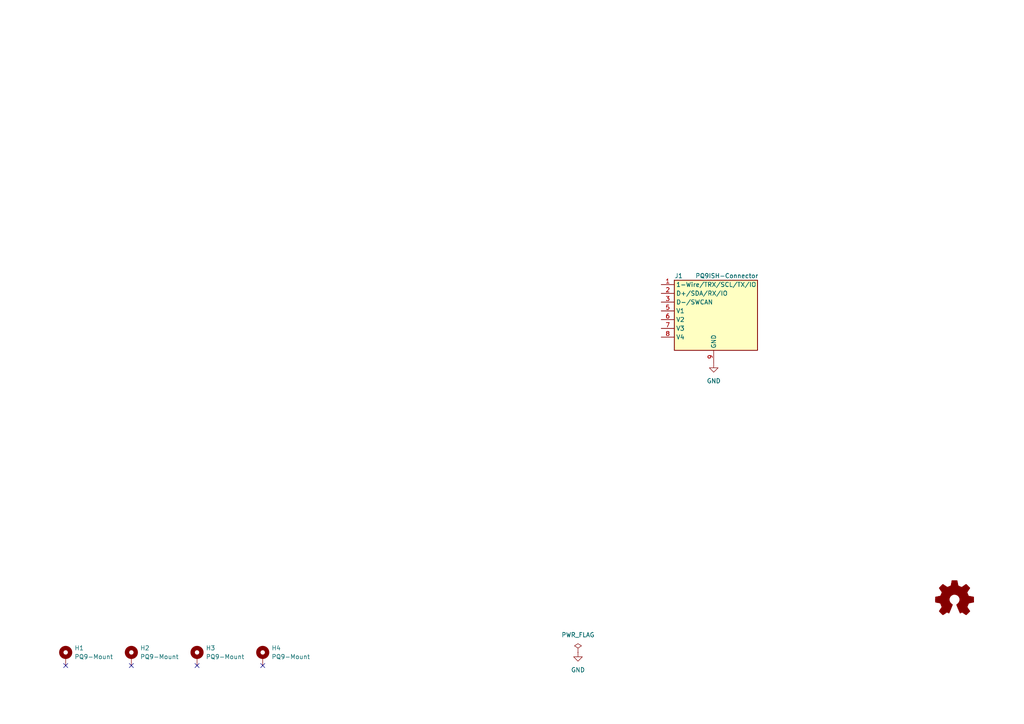
<source format=kicad_sch>
(kicad_sch
	(version 20231120)
	(generator "eeschema")
	(generator_version "8.0")
	(uuid "eebe9ed8-9203-41d8-aa26-d27c93b271cd")
	(paper "A4")
	(lib_symbols
		(symbol "Graphic:Logo_Open_Hardware_Small"
			(pin_names
				(offset 1.016)
			)
			(exclude_from_sim no)
			(in_bom yes)
			(on_board yes)
			(property "Reference" "#LOGO"
				(at 0 6.985 0)
				(effects
					(font
						(size 1.27 1.27)
					)
					(hide yes)
				)
			)
			(property "Value" "Logo_Open_Hardware_Small"
				(at 0 -5.715 0)
				(effects
					(font
						(size 1.27 1.27)
					)
					(hide yes)
				)
			)
			(property "Footprint" ""
				(at 0 0 0)
				(effects
					(font
						(size 1.27 1.27)
					)
					(hide yes)
				)
			)
			(property "Datasheet" "~"
				(at 0 0 0)
				(effects
					(font
						(size 1.27 1.27)
					)
					(hide yes)
				)
			)
			(property "Description" "Open Hardware logo, small"
				(at 0 0 0)
				(effects
					(font
						(size 1.27 1.27)
					)
					(hide yes)
				)
			)
			(property "ki_keywords" "Logo"
				(at 0 0 0)
				(effects
					(font
						(size 1.27 1.27)
					)
					(hide yes)
				)
			)
			(symbol "Logo_Open_Hardware_Small_0_1"
				(polyline
					(pts
						(xy 3.3528 -4.3434) (xy 3.302 -4.318) (xy 3.175 -4.2418) (xy 2.9972 -4.1148) (xy 2.7686 -3.9624)
						(xy 2.54 -3.81) (xy 2.3622 -3.7084) (xy 2.2352 -3.6068) (xy 2.1844 -3.5814) (xy 2.159 -3.6068)
						(xy 2.0574 -3.6576) (xy 1.905 -3.7338) (xy 1.8034 -3.7846) (xy 1.6764 -3.8354) (xy 1.6002 -3.8354)
						(xy 1.6002 -3.8354) (xy 1.5494 -3.7338) (xy 1.4732 -3.5306) (xy 1.3462 -3.302) (xy 1.2446 -3.0226)
						(xy 1.1176 -2.7178) (xy 0.9652 -2.413) (xy 0.8636 -2.1082) (xy 0.7366 -1.8288) (xy 0.6604 -1.6256)
						(xy 0.6096 -1.4732) (xy 0.5842 -1.397) (xy 0.5842 -1.397) (xy 0.6604 -1.3208) (xy 0.7874 -1.2446)
						(xy 1.0414 -1.016) (xy 1.2954 -0.6858) (xy 1.4478 -0.3302) (xy 1.524 0.0762) (xy 1.4732 0.4572)
						(xy 1.3208 0.8128) (xy 1.0668 1.143) (xy 0.762 1.3716) (xy 0.4064 1.524) (xy 0 1.5748) (xy -0.381 1.5494)
						(xy -0.7366 1.397) (xy -1.0668 1.143) (xy -1.2192 0.9906) (xy -1.397 0.6604) (xy -1.524 0.3048)
						(xy -1.524 0.2286) (xy -1.4986 -0.1778) (xy -1.397 -0.5334) (xy -1.1938 -0.8636) (xy -0.9144 -1.143)
						(xy -0.8636 -1.1684) (xy -0.7366 -1.27) (xy -0.635 -1.3462) (xy -0.5842 -1.397) (xy -1.0668 -2.5908)
						(xy -1.143 -2.794) (xy -1.2954 -3.1242) (xy -1.397 -3.4036) (xy -1.4986 -3.6322) (xy -1.5748 -3.7846)
						(xy -1.6002 -3.8354) (xy -1.6002 -3.8354) (xy -1.651 -3.8354) (xy -1.7272 -3.81) (xy -1.905 -3.7338)
						(xy -2.0066 -3.683) (xy -2.1336 -3.6068) (xy -2.2098 -3.5814) (xy -2.2606 -3.6068) (xy -2.3622 -3.683)
						(xy -2.54 -3.81) (xy -2.7686 -3.9624) (xy -2.9718 -4.0894) (xy -3.1496 -4.2164) (xy -3.302 -4.318)
						(xy -3.3528 -4.3434) (xy -3.3782 -4.3434) (xy -3.429 -4.318) (xy -3.5306 -4.2164) (xy -3.7084 -4.064)
						(xy -3.937 -3.8354) (xy -3.9624 -3.81) (xy -4.1656 -3.6068) (xy -4.318 -3.4544) (xy -4.4196 -3.3274)
						(xy -4.445 -3.2766) (xy -4.445 -3.2766) (xy -4.4196 -3.2258) (xy -4.318 -3.0734) (xy -4.2164 -2.8956)
						(xy -4.064 -2.667) (xy -3.6576 -2.0828) (xy -3.8862 -1.5494) (xy -3.937 -1.3716) (xy -4.0386 -1.1684)
						(xy -4.0894 -1.0414) (xy -4.1148 -0.9652) (xy -4.191 -0.9398) (xy -4.318 -0.9144) (xy -4.5466 -0.8636)
						(xy -4.8006 -0.8128) (xy -5.0546 -0.7874) (xy -5.2578 -0.7366) (xy -5.4356 -0.7112) (xy -5.5118 -0.6858)
						(xy -5.5118 -0.6858) (xy -5.5372 -0.635) (xy -5.5372 -0.5588) (xy -5.5372 -0.4318) (xy -5.5626 -0.2286)
						(xy -5.5626 0.0762) (xy -5.5626 0.127) (xy -5.5372 0.4064) (xy -5.5372 0.635) (xy -5.5372 0.762)
						(xy -5.5372 0.8382) (xy -5.5372 0.8382) (xy -5.461 0.8382) (xy -5.3086 0.889) (xy -5.08 0.9144)
						(xy -4.826 0.9652) (xy -4.8006 0.9906) (xy -4.5466 1.0414) (xy -4.318 1.0668) (xy -4.1656 1.1176)
						(xy -4.0894 1.143) (xy -4.0894 1.143) (xy -4.0386 1.2446) (xy -3.9624 1.4224) (xy -3.8608 1.6256)
						(xy -3.7846 1.8288) (xy -3.7084 2.0066) (xy -3.6576 2.159) (xy -3.6322 2.2098) (xy -3.6322 2.2098)
						(xy -3.683 2.286) (xy -3.7592 2.413) (xy -3.8862 2.5908) (xy -4.064 2.8194) (xy -4.064 2.8448)
						(xy -4.2164 3.0734) (xy -4.3434 3.2512) (xy -4.4196 3.3782) (xy -4.445 3.4544) (xy -4.445 3.4544)
						(xy -4.3942 3.5052) (xy -4.2926 3.6322) (xy -4.1148 3.81) (xy -3.937 4.0132) (xy -3.8608 4.064)
						(xy -3.6576 4.2926) (xy -3.5052 4.4196) (xy -3.4036 4.4958) (xy -3.3528 4.5212) (xy -3.3528 4.5212)
						(xy -3.302 4.4704) (xy -3.1496 4.3688) (xy -2.9718 4.2418) (xy -2.7432 4.0894) (xy -2.7178 4.0894)
						(xy -2.4892 3.937) (xy -2.3114 3.81) (xy -2.1844 3.7084) (xy -2.1336 3.683) (xy -2.1082 3.683)
						(xy -2.032 3.7084) (xy -1.8542 3.7592) (xy -1.6764 3.8354) (xy -1.4732 3.937) (xy -1.27 4.0132)
						(xy -1.143 4.064) (xy -1.0668 4.1148) (xy -1.0668 4.1148) (xy -1.0414 4.191) (xy -1.016 4.3434)
						(xy -0.9652 4.572) (xy -0.9144 4.8514) (xy -0.889 4.9022) (xy -0.8382 5.1562) (xy -0.8128 5.3848)
						(xy -0.7874 5.5372) (xy -0.762 5.588) (xy -0.7112 5.6134) (xy -0.5842 5.6134) (xy -0.4064 5.6134)
						(xy -0.1524 5.6134) (xy 0.0762 5.6134) (xy 0.3302 5.6134) (xy 0.5334 5.6134) (xy 0.6858 5.588)
						(xy 0.7366 5.588) (xy 0.7366 5.588) (xy 0.762 5.5118) (xy 0.8128 5.334) (xy 0.8382 5.1054) (xy 0.9144 4.826)
						(xy 0.9144 4.7752) (xy 0.9652 4.5212) (xy 1.016 4.2926) (xy 1.0414 4.1402) (xy 1.0668 4.0894)
						(xy 1.0668 4.0894) (xy 1.1938 4.0386) (xy 1.3716 3.9624) (xy 1.5748 3.8608) (xy 2.0828 3.6576)
						(xy 2.7178 4.0894) (xy 2.7686 4.1402) (xy 2.9972 4.2926) (xy 3.175 4.4196) (xy 3.302 4.4958) (xy 3.3782 4.5212)
						(xy 3.3782 4.5212) (xy 3.429 4.4704) (xy 3.556 4.3434) (xy 3.7338 4.191) (xy 3.9116 3.9878) (xy 4.064 3.8354)
						(xy 4.2418 3.6576) (xy 4.3434 3.556) (xy 4.4196 3.4798) (xy 4.4196 3.429) (xy 4.4196 3.4036) (xy 4.3942 3.3274)
						(xy 4.2926 3.2004) (xy 4.1656 2.9972) (xy 4.0132 2.794) (xy 3.8862 2.5908) (xy 3.7592 2.3876)
						(xy 3.6576 2.2352) (xy 3.6322 2.159) (xy 3.6322 2.1336) (xy 3.683 2.0066) (xy 3.7592 1.8288) (xy 3.8608 1.6002)
						(xy 4.064 1.1176) (xy 4.3942 1.0414) (xy 4.5974 1.016) (xy 4.8768 0.9652) (xy 5.1308 0.9144) (xy 5.5372 0.8382)
						(xy 5.5626 -0.6604) (xy 5.4864 -0.6858) (xy 5.4356 -0.6858) (xy 5.2832 -0.7366) (xy 5.0546 -0.762)
						(xy 4.8006 -0.8128) (xy 4.5974 -0.8636) (xy 4.3688 -0.9144) (xy 4.2164 -0.9398) (xy 4.1402 -0.9398)
						(xy 4.1148 -0.9652) (xy 4.064 -1.0668) (xy 3.9878 -1.2446) (xy 3.9116 -1.4478) (xy 3.81 -1.651)
						(xy 3.7338 -1.8542) (xy 3.683 -2.0066) (xy 3.6576 -2.0828) (xy 3.683 -2.1336) (xy 3.7846 -2.2606)
						(xy 3.8862 -2.4638) (xy 4.0386 -2.667) (xy 4.191 -2.8956) (xy 4.318 -3.0734) (xy 4.3942 -3.2004)
						(xy 4.445 -3.2766) (xy 4.4196 -3.3274) (xy 4.3434 -3.429) (xy 4.1656 -3.5814) (xy 3.937 -3.8354)
						(xy 3.8862 -3.8608) (xy 3.683 -4.064) (xy 3.5306 -4.2164) (xy 3.4036 -4.318) (xy 3.3528 -4.3434)
					)
					(stroke
						(width 0)
						(type default)
					)
					(fill
						(type outline)
					)
				)
			)
		)
		(symbol "Mechanical:MountingHole_Pad"
			(pin_numbers hide)
			(pin_names
				(offset 1.016) hide)
			(exclude_from_sim no)
			(in_bom yes)
			(on_board yes)
			(property "Reference" "H"
				(at 0 6.35 0)
				(effects
					(font
						(size 1.27 1.27)
					)
				)
			)
			(property "Value" "MountingHole_Pad"
				(at 0 4.445 0)
				(effects
					(font
						(size 1.27 1.27)
					)
				)
			)
			(property "Footprint" ""
				(at 0 0 0)
				(effects
					(font
						(size 1.27 1.27)
					)
					(hide yes)
				)
			)
			(property "Datasheet" "~"
				(at 0 0 0)
				(effects
					(font
						(size 1.27 1.27)
					)
					(hide yes)
				)
			)
			(property "Description" "Mounting Hole with connection"
				(at 0 0 0)
				(effects
					(font
						(size 1.27 1.27)
					)
					(hide yes)
				)
			)
			(property "ki_keywords" "mounting hole"
				(at 0 0 0)
				(effects
					(font
						(size 1.27 1.27)
					)
					(hide yes)
				)
			)
			(property "ki_fp_filters" "MountingHole*Pad*"
				(at 0 0 0)
				(effects
					(font
						(size 1.27 1.27)
					)
					(hide yes)
				)
			)
			(symbol "MountingHole_Pad_0_1"
				(circle
					(center 0 1.27)
					(radius 1.27)
					(stroke
						(width 1.27)
						(type default)
					)
					(fill
						(type none)
					)
				)
			)
			(symbol "MountingHole_Pad_1_1"
				(pin input line
					(at 0 -2.54 90)
					(length 2.54)
					(name "1"
						(effects
							(font
								(size 1.27 1.27)
							)
						)
					)
					(number "1"
						(effects
							(font
								(size 1.27 1.27)
							)
						)
					)
				)
			)
		)
		(symbol "lsf-kicad:PQ9ISH-Connector"
			(exclude_from_sim no)
			(in_bom yes)
			(on_board yes)
			(property "Reference" "J"
				(at -10.16 11.43 0)
				(effects
					(font
						(size 1.27 1.27)
					)
				)
			)
			(property "Value" "PQ9ISH-Connector"
				(at 3.81 11.43 0)
				(effects
					(font
						(size 1.27 1.27)
					)
				)
			)
			(property "Footprint" "lsf-kicad-lib:PQ9"
				(at -2.54 -11.43 0)
				(effects
					(font
						(size 1.27 1.27)
					)
					(hide yes)
				)
			)
			(property "Datasheet" "https://libre.space/pq9ish"
				(at 15.24 -15.24 0)
				(effects
					(font
						(size 1.27 1.27)
					)
					(hide yes)
				)
			)
			(property "Description" "Pocket Cube template for PQ9ISH format"
				(at 0 0 0)
				(effects
					(font
						(size 1.27 1.27)
					)
					(hide yes)
				)
			)
			(property "ki_keywords" "PQ9 pocketcube"
				(at 0 0 0)
				(effects
					(font
						(size 1.27 1.27)
					)
					(hide yes)
				)
			)
			(property "ki_fp_filters" "PQ9*"
				(at 0 0 0)
				(effects
					(font
						(size 1.27 1.27)
					)
					(hide yes)
				)
			)
			(symbol "PQ9ISH-Connector_0_1"
				(rectangle
					(start -11.43 10.16)
					(end 12.7 -10.16)
					(stroke
						(width 0.254)
						(type default)
					)
					(fill
						(type background)
					)
				)
			)
			(symbol "PQ9ISH-Connector_1_1"
				(pin bidirectional line
					(at -15.24 8.89 0)
					(length 3.81)
					(name "1-Wire/TRX/SCL/TX/IO"
						(effects
							(font
								(size 1.27 1.27)
							)
						)
					)
					(number "1"
						(effects
							(font
								(size 1.27 1.27)
							)
						)
					)
				)
				(pin bidirectional line
					(at -15.24 6.35 0)
					(length 3.81)
					(name "D+/SDA/RX/IO"
						(effects
							(font
								(size 1.27 1.27)
							)
						)
					)
					(number "2"
						(effects
							(font
								(size 1.27 1.27)
							)
						)
					)
				)
				(pin bidirectional line
					(at -15.24 3.81 0)
					(length 3.81)
					(name "D-/SWCAN"
						(effects
							(font
								(size 1.27 1.27)
							)
						)
					)
					(number "3"
						(effects
							(font
								(size 1.27 1.27)
							)
						)
					)
				)
				(pin passive line
					(at 0 -13.97 90)
					(length 3.81) hide
					(name "GND"
						(effects
							(font
								(size 1.27 1.27)
							)
						)
					)
					(number "4"
						(effects
							(font
								(size 1.27 1.27)
							)
						)
					)
				)
				(pin power_out line
					(at -15.24 1.27 0)
					(length 3.81)
					(name "V1"
						(effects
							(font
								(size 1.27 1.27)
							)
						)
					)
					(number "5"
						(effects
							(font
								(size 1.27 1.27)
							)
						)
					)
				)
				(pin power_out line
					(at -15.24 -1.27 0)
					(length 3.81)
					(name "V2"
						(effects
							(font
								(size 1.27 1.27)
							)
						)
					)
					(number "6"
						(effects
							(font
								(size 1.27 1.27)
							)
						)
					)
				)
				(pin power_out line
					(at -15.24 -3.81 0)
					(length 3.81)
					(name "V3"
						(effects
							(font
								(size 1.27 1.27)
							)
						)
					)
					(number "7"
						(effects
							(font
								(size 1.27 1.27)
							)
						)
					)
				)
				(pin power_out line
					(at -15.24 -6.35 0)
					(length 3.81)
					(name "V4"
						(effects
							(font
								(size 1.27 1.27)
							)
						)
					)
					(number "8"
						(effects
							(font
								(size 1.27 1.27)
							)
						)
					)
				)
				(pin power_in line
					(at 0 -13.97 90)
					(length 3.81)
					(name "GND"
						(effects
							(font
								(size 1.27 1.27)
							)
						)
					)
					(number "9"
						(effects
							(font
								(size 1.27 1.27)
							)
						)
					)
				)
			)
		)
		(symbol "power:GND"
			(power)
			(pin_names
				(offset 0)
			)
			(exclude_from_sim no)
			(in_bom yes)
			(on_board yes)
			(property "Reference" "#PWR"
				(at 0 -6.35 0)
				(effects
					(font
						(size 1.27 1.27)
					)
					(hide yes)
				)
			)
			(property "Value" "GND"
				(at 0 -3.81 0)
				(effects
					(font
						(size 1.27 1.27)
					)
				)
			)
			(property "Footprint" ""
				(at 0 0 0)
				(effects
					(font
						(size 1.27 1.27)
					)
					(hide yes)
				)
			)
			(property "Datasheet" ""
				(at 0 0 0)
				(effects
					(font
						(size 1.27 1.27)
					)
					(hide yes)
				)
			)
			(property "Description" "Power symbol creates a global label with name \"GND\" , ground"
				(at 0 0 0)
				(effects
					(font
						(size 1.27 1.27)
					)
					(hide yes)
				)
			)
			(property "ki_keywords" "power-flag"
				(at 0 0 0)
				(effects
					(font
						(size 1.27 1.27)
					)
					(hide yes)
				)
			)
			(symbol "GND_0_1"
				(polyline
					(pts
						(xy 0 0) (xy 0 -1.27) (xy 1.27 -1.27) (xy 0 -2.54) (xy -1.27 -1.27) (xy 0 -1.27)
					)
					(stroke
						(width 0)
						(type default)
					)
					(fill
						(type none)
					)
				)
			)
			(symbol "GND_1_1"
				(pin power_in line
					(at 0 0 270)
					(length 0) hide
					(name "GND"
						(effects
							(font
								(size 1.27 1.27)
							)
						)
					)
					(number "1"
						(effects
							(font
								(size 1.27 1.27)
							)
						)
					)
				)
			)
		)
		(symbol "power:PWR_FLAG"
			(power)
			(pin_numbers hide)
			(pin_names
				(offset 0) hide)
			(exclude_from_sim no)
			(in_bom yes)
			(on_board yes)
			(property "Reference" "#FLG"
				(at 0 1.905 0)
				(effects
					(font
						(size 1.27 1.27)
					)
					(hide yes)
				)
			)
			(property "Value" "PWR_FLAG"
				(at 0 3.81 0)
				(effects
					(font
						(size 1.27 1.27)
					)
				)
			)
			(property "Footprint" ""
				(at 0 0 0)
				(effects
					(font
						(size 1.27 1.27)
					)
					(hide yes)
				)
			)
			(property "Datasheet" "~"
				(at 0 0 0)
				(effects
					(font
						(size 1.27 1.27)
					)
					(hide yes)
				)
			)
			(property "Description" "Special symbol for telling ERC where power comes from"
				(at 0 0 0)
				(effects
					(font
						(size 1.27 1.27)
					)
					(hide yes)
				)
			)
			(property "ki_keywords" "power-flag"
				(at 0 0 0)
				(effects
					(font
						(size 1.27 1.27)
					)
					(hide yes)
				)
			)
			(symbol "PWR_FLAG_0_0"
				(pin power_out line
					(at 0 0 90)
					(length 0)
					(name "pwr"
						(effects
							(font
								(size 1.27 1.27)
							)
						)
					)
					(number "1"
						(effects
							(font
								(size 1.27 1.27)
							)
						)
					)
				)
			)
			(symbol "PWR_FLAG_0_1"
				(polyline
					(pts
						(xy 0 0) (xy 0 1.27) (xy -1.016 1.905) (xy 0 2.54) (xy 1.016 1.905) (xy 0 1.27)
					)
					(stroke
						(width 0)
						(type default)
					)
					(fill
						(type none)
					)
				)
			)
		)
	)
	(no_connect
		(at 19.05 193.04)
		(uuid "3f452278-74ae-4ea9-bf9c-5492e221e509")
	)
	(no_connect
		(at 38.1 193.04)
		(uuid "4cb0b8aa-e0c8-4896-b372-e4a6b16f011e")
	)
	(no_connect
		(at 57.15 193.04)
		(uuid "57f716c9-6d85-45cc-aea3-5cd2a0482e6c")
	)
	(no_connect
		(at 76.2 193.04)
		(uuid "fcb74f6f-53fc-4698-8e6e-bcdf00de4687")
	)
	(symbol
		(lib_id "lsf-kicad:PQ9ISH-Connector")
		(at 207.01 91.44 0)
		(unit 1)
		(exclude_from_sim no)
		(in_bom yes)
		(on_board yes)
		(dnp no)
		(uuid "00000000-0000-0000-0000-000059c29771")
		(property "Reference" "J1"
			(at 196.85 80.01 0)
			(effects
				(font
					(size 1.27 1.27)
				)
			)
		)
		(property "Value" "PQ9ISH-Connector"
			(at 210.82 80.01 0)
			(effects
				(font
					(size 1.27 1.27)
				)
			)
		)
		(property "Footprint" "Connector_PinSocket_2.00mm:PinSocket_1x09_P2.00mm_Vertical"
			(at 204.47 102.87 0)
			(effects
				(font
					(size 1.27 1.27)
				)
				(hide yes)
			)
		)
		(property "Datasheet" "https://libre.space/pq9ish"
			(at 222.25 106.68 0)
			(effects
				(font
					(size 1.27 1.27)
				)
				(hide yes)
			)
		)
		(property "Description" ""
			(at 207.01 91.44 0)
			(effects
				(font
					(size 1.27 1.27)
				)
				(hide yes)
			)
		)
		(pin "1"
			(uuid "ee4748db-692a-45c9-8477-deb413126943")
		)
		(pin "2"
			(uuid "7a71a441-f30a-4c5a-bb88-5587447a146f")
		)
		(pin "3"
			(uuid "29325f15-9e65-4db8-a18e-b7648126fdc7")
		)
		(pin "4"
			(uuid "268989f0-19b8-4fcc-8479-e401087f9dc9")
		)
		(pin "5"
			(uuid "ebeeb873-db1d-474a-8f1a-49daa209f198")
		)
		(pin "6"
			(uuid "309f02d6-1b07-4ec6-88af-e162ce72d755")
		)
		(pin "7"
			(uuid "38cbe029-bfbc-41f0-bd80-d1625259256a")
		)
		(pin "8"
			(uuid "427a27b4-4273-4533-9101-26a822b6516c")
		)
		(pin "9"
			(uuid "54e87003-7a94-49f6-b914-d9419c483007")
		)
		(instances
			(project "PQ9"
				(path "/eebe9ed8-9203-41d8-aa26-d27c93b271cd"
					(reference "J1")
					(unit 1)
				)
			)
		)
	)
	(symbol
		(lib_id "power:GND")
		(at 167.64 189.23 0)
		(unit 1)
		(exclude_from_sim no)
		(in_bom yes)
		(on_board yes)
		(dnp no)
		(fields_autoplaced yes)
		(uuid "1bb73c41-3978-4dc6-bab7-c851798c3254")
		(property "Reference" "#PWR0102"
			(at 167.64 195.58 0)
			(effects
				(font
					(size 1.27 1.27)
				)
				(hide yes)
			)
		)
		(property "Value" "GND"
			(at 167.64 194.31 0)
			(effects
				(font
					(size 1.27 1.27)
				)
			)
		)
		(property "Footprint" ""
			(at 167.64 189.23 0)
			(effects
				(font
					(size 1.27 1.27)
				)
				(hide yes)
			)
		)
		(property "Datasheet" ""
			(at 167.64 189.23 0)
			(effects
				(font
					(size 1.27 1.27)
				)
				(hide yes)
			)
		)
		(property "Description" ""
			(at 167.64 189.23 0)
			(effects
				(font
					(size 1.27 1.27)
				)
				(hide yes)
			)
		)
		(pin "1"
			(uuid "3db0dae7-4574-447b-8907-a774948e9ac9")
		)
		(instances
			(project "PQ9"
				(path "/eebe9ed8-9203-41d8-aa26-d27c93b271cd"
					(reference "#PWR0102")
					(unit 1)
				)
			)
		)
	)
	(symbol
		(lib_id "power:GND")
		(at 207.01 105.41 0)
		(unit 1)
		(exclude_from_sim no)
		(in_bom yes)
		(on_board yes)
		(dnp no)
		(fields_autoplaced yes)
		(uuid "1efbaed1-f8ac-4f40-bb6f-641fc1a14c39")
		(property "Reference" "#PWR0101"
			(at 207.01 111.76 0)
			(effects
				(font
					(size 1.27 1.27)
				)
				(hide yes)
			)
		)
		(property "Value" "GND"
			(at 207.01 110.49 0)
			(effects
				(font
					(size 1.27 1.27)
				)
			)
		)
		(property "Footprint" ""
			(at 207.01 105.41 0)
			(effects
				(font
					(size 1.27 1.27)
				)
				(hide yes)
			)
		)
		(property "Datasheet" ""
			(at 207.01 105.41 0)
			(effects
				(font
					(size 1.27 1.27)
				)
				(hide yes)
			)
		)
		(property "Description" ""
			(at 207.01 105.41 0)
			(effects
				(font
					(size 1.27 1.27)
				)
				(hide yes)
			)
		)
		(pin "1"
			(uuid "445836b0-4813-4944-b7c2-d497b7ea2df7")
		)
		(instances
			(project "PQ9"
				(path "/eebe9ed8-9203-41d8-aa26-d27c93b271cd"
					(reference "#PWR0101")
					(unit 1)
				)
			)
		)
	)
	(symbol
		(lib_id "Mechanical:MountingHole_Pad")
		(at 19.05 190.5 0)
		(unit 1)
		(exclude_from_sim no)
		(in_bom no)
		(on_board yes)
		(dnp no)
		(fields_autoplaced yes)
		(uuid "1f07c8c3-3e3b-4328-97d5-9424eebe7a37")
		(property "Reference" "H1"
			(at 21.59 187.9599 0)
			(effects
				(font
					(size 1.27 1.27)
				)
				(justify left)
			)
		)
		(property "Value" "PQ9-Mount"
			(at 21.59 190.4999 0)
			(effects
				(font
					(size 1.27 1.27)
				)
				(justify left)
			)
		)
		(property "Footprint" "MountingHole:MountingHole_2.5mm_Pad_Via"
			(at 19.05 190.5 0)
			(effects
				(font
					(size 1.27 1.27)
				)
				(hide yes)
			)
		)
		(property "Datasheet" "~"
			(at 19.05 190.5 0)
			(effects
				(font
					(size 1.27 1.27)
				)
				(hide yes)
			)
		)
		(property "Description" ""
			(at 19.05 190.5 0)
			(effects
				(font
					(size 1.27 1.27)
				)
				(hide yes)
			)
		)
		(pin "1"
			(uuid "237edd26-102c-4c94-8381-ed55891abd66")
		)
		(instances
			(project "PQ9"
				(path "/eebe9ed8-9203-41d8-aa26-d27c93b271cd"
					(reference "H1")
					(unit 1)
				)
			)
		)
	)
	(symbol
		(lib_id "Mechanical:MountingHole_Pad")
		(at 38.1 190.5 0)
		(unit 1)
		(exclude_from_sim no)
		(in_bom no)
		(on_board yes)
		(dnp no)
		(fields_autoplaced yes)
		(uuid "34a168a4-b9da-4372-97fd-25fd3207d1d3")
		(property "Reference" "H2"
			(at 40.64 187.9599 0)
			(effects
				(font
					(size 1.27 1.27)
				)
				(justify left)
			)
		)
		(property "Value" "PQ9-Mount"
			(at 40.64 190.4999 0)
			(effects
				(font
					(size 1.27 1.27)
				)
				(justify left)
			)
		)
		(property "Footprint" "MountingHole:MountingHole_2.5mm_Pad_Via"
			(at 38.1 190.5 0)
			(effects
				(font
					(size 1.27 1.27)
				)
				(hide yes)
			)
		)
		(property "Datasheet" "~"
			(at 38.1 190.5 0)
			(effects
				(font
					(size 1.27 1.27)
				)
				(hide yes)
			)
		)
		(property "Description" ""
			(at 38.1 190.5 0)
			(effects
				(font
					(size 1.27 1.27)
				)
				(hide yes)
			)
		)
		(pin "1"
			(uuid "738babb5-f5da-4182-98e5-0e41e4404fe2")
		)
		(instances
			(project "PQ9"
				(path "/eebe9ed8-9203-41d8-aa26-d27c93b271cd"
					(reference "H2")
					(unit 1)
				)
			)
		)
	)
	(symbol
		(lib_id "Mechanical:MountingHole_Pad")
		(at 57.15 190.5 0)
		(unit 1)
		(exclude_from_sim no)
		(in_bom no)
		(on_board yes)
		(dnp no)
		(fields_autoplaced yes)
		(uuid "3d490dff-4aed-496a-a611-ff4ce6348e89")
		(property "Reference" "H3"
			(at 59.69 187.9599 0)
			(effects
				(font
					(size 1.27 1.27)
				)
				(justify left)
			)
		)
		(property "Value" "PQ9-Mount"
			(at 59.69 190.4999 0)
			(effects
				(font
					(size 1.27 1.27)
				)
				(justify left)
			)
		)
		(property "Footprint" "MountingHole:MountingHole_2.5mm_Pad_Via"
			(at 57.15 190.5 0)
			(effects
				(font
					(size 1.27 1.27)
				)
				(hide yes)
			)
		)
		(property "Datasheet" "~"
			(at 57.15 190.5 0)
			(effects
				(font
					(size 1.27 1.27)
				)
				(hide yes)
			)
		)
		(property "Description" ""
			(at 57.15 190.5 0)
			(effects
				(font
					(size 1.27 1.27)
				)
				(hide yes)
			)
		)
		(pin "1"
			(uuid "ea4c4844-e444-4176-9655-a97d3239ebbf")
		)
		(instances
			(project "PQ9"
				(path "/eebe9ed8-9203-41d8-aa26-d27c93b271cd"
					(reference "H3")
					(unit 1)
				)
			)
		)
	)
	(symbol
		(lib_id "power:PWR_FLAG")
		(at 167.64 189.23 0)
		(unit 1)
		(exclude_from_sim no)
		(in_bom yes)
		(on_board yes)
		(dnp no)
		(fields_autoplaced yes)
		(uuid "8ed2947b-093e-4dfc-8871-4960c51d9f2a")
		(property "Reference" "#FLG0101"
			(at 167.64 187.325 0)
			(effects
				(font
					(size 1.27 1.27)
				)
				(hide yes)
			)
		)
		(property "Value" "PWR_FLAG"
			(at 167.64 184.15 0)
			(effects
				(font
					(size 1.27 1.27)
				)
			)
		)
		(property "Footprint" ""
			(at 167.64 189.23 0)
			(effects
				(font
					(size 1.27 1.27)
				)
				(hide yes)
			)
		)
		(property "Datasheet" "~"
			(at 167.64 189.23 0)
			(effects
				(font
					(size 1.27 1.27)
				)
				(hide yes)
			)
		)
		(property "Description" ""
			(at 167.64 189.23 0)
			(effects
				(font
					(size 1.27 1.27)
				)
				(hide yes)
			)
		)
		(pin "1"
			(uuid "74887bb2-e47b-4b53-a28d-d27ecdd00c8e")
		)
		(instances
			(project "PQ9"
				(path "/eebe9ed8-9203-41d8-aa26-d27c93b271cd"
					(reference "#FLG0101")
					(unit 1)
				)
			)
		)
	)
	(symbol
		(lib_id "Graphic:Logo_Open_Hardware_Small")
		(at 276.86 173.99 0)
		(unit 1)
		(exclude_from_sim no)
		(in_bom no)
		(on_board no)
		(dnp no)
		(fields_autoplaced yes)
		(uuid "d12aaf61-fa1f-475f-8d17-dc47bd203293")
		(property "Reference" "#LOGO1"
			(at 276.86 167.005 0)
			(effects
				(font
					(size 1.27 1.27)
				)
				(hide yes)
			)
		)
		(property "Value" "Logo_Open_Hardware_Small"
			(at 276.86 179.705 0)
			(effects
				(font
					(size 1.27 1.27)
				)
				(hide yes)
			)
		)
		(property "Footprint" ""
			(at 276.86 173.99 0)
			(effects
				(font
					(size 1.27 1.27)
				)
				(hide yes)
			)
		)
		(property "Datasheet" "~"
			(at 276.86 173.99 0)
			(effects
				(font
					(size 1.27 1.27)
				)
				(hide yes)
			)
		)
		(property "Description" ""
			(at 276.86 173.99 0)
			(effects
				(font
					(size 1.27 1.27)
				)
				(hide yes)
			)
		)
		(instances
			(project "PQ9"
				(path "/eebe9ed8-9203-41d8-aa26-d27c93b271cd"
					(reference "#LOGO1")
					(unit 1)
				)
			)
		)
	)
	(symbol
		(lib_id "Mechanical:MountingHole_Pad")
		(at 76.2 190.5 0)
		(unit 1)
		(exclude_from_sim no)
		(in_bom no)
		(on_board yes)
		(dnp no)
		(fields_autoplaced yes)
		(uuid "f0186dc0-ca05-4db4-8c73-cc5c1b949f21")
		(property "Reference" "H4"
			(at 78.74 187.9599 0)
			(effects
				(font
					(size 1.27 1.27)
				)
				(justify left)
			)
		)
		(property "Value" "PQ9-Mount"
			(at 78.74 190.4999 0)
			(effects
				(font
					(size 1.27 1.27)
				)
				(justify left)
			)
		)
		(property "Footprint" "MountingHole:MountingHole_2.5mm_Pad_Via"
			(at 76.2 190.5 0)
			(effects
				(font
					(size 1.27 1.27)
				)
				(hide yes)
			)
		)
		(property "Datasheet" "~"
			(at 76.2 190.5 0)
			(effects
				(font
					(size 1.27 1.27)
				)
				(hide yes)
			)
		)
		(property "Description" ""
			(at 76.2 190.5 0)
			(effects
				(font
					(size 1.27 1.27)
				)
				(hide yes)
			)
		)
		(pin "1"
			(uuid "b9aa4869-7ebd-43d9-b057-b1f731943135")
		)
		(instances
			(project "PQ9"
				(path "/eebe9ed8-9203-41d8-aa26-d27c93b271cd"
					(reference "H4")
					(unit 1)
				)
			)
		)
	)
	(sheet_instances
		(path "/"
			(page "1")
		)
	)
)
</source>
